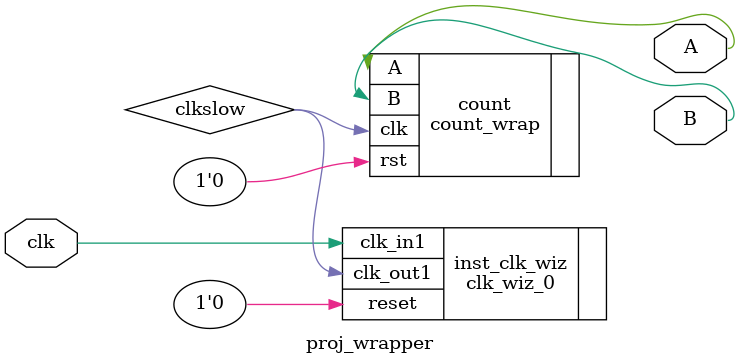
<source format=v>
`timescale 1ns / 1ps


module proj_wrapper(
        input clk,
        output A, B
    );
    
    wire clkslow; //, wiz_lock;
    
    clk_wiz_0 inst_clk_wiz
	(
        // Clock out ports
        .clk_out1(clkslow),     // output clk_out1
        // Status and control signals
        .reset(1'b0), // input reset
        //.locked(wiz_lock),       // output locked
        // Clock in ports
        .clk_in1(clk)		//input clk_in1
	); 
	
	count_wrap count
	(
	   .clk(clkslow),
	   .A(A),
	   .B(B),
	   .rst(1'b0)
	);

endmodule

</source>
